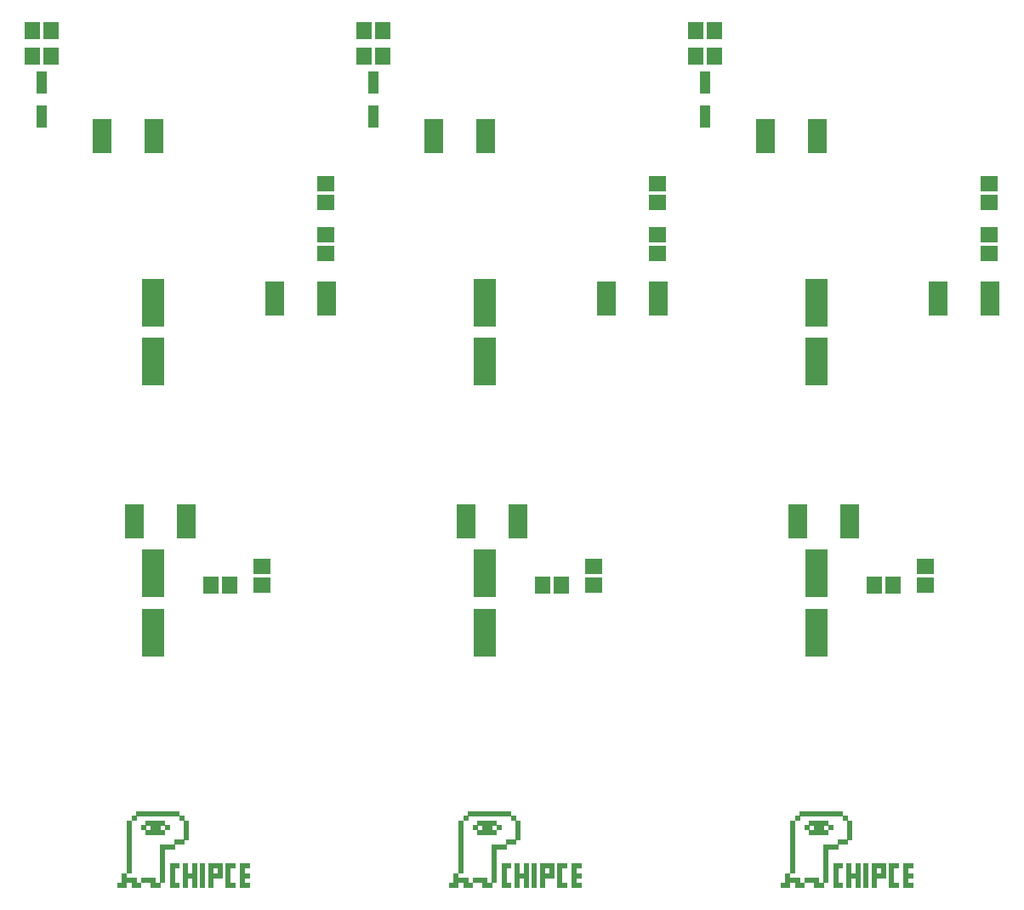
<source format=gbr>
%FSLAX34Y34*%
%MOMM*%
%LNSMDMASK_TOP*%
G71*
G01*
%ADD10R, 1.98X3.35*%
%ADD11R, 1.50X1.80*%
%ADD12R, 1.00X2.20*%
%ADD13R, 2.20X4.20*%
%ADD14R, 2.20X4.70*%
%ADD15R, 1.80X1.50*%
%ADD16R, 0.60X0.60*%
%LPD*%
X140891Y866775D02*
G54D10*
D03*
X88900Y866775D02*
G54D10*
D03*
X19050Y946150D02*
G54D11*
D03*
X38050Y946150D02*
G54D11*
D03*
X19050Y971550D02*
G54D11*
D03*
X38050Y971550D02*
G54D11*
D03*
X28575Y885825D02*
G54D12*
D03*
X28575Y920155D02*
G54D12*
D03*
X139700Y698500D02*
G54D13*
D03*
X139700Y644525D02*
G54D13*
D03*
X139700Y700881D02*
G54D14*
D03*
G36*
X128700Y665247D02*
X150700Y665247D01*
X150700Y618247D01*
X128700Y618247D01*
X128700Y665247D01*
G37*
X260350Y704850D02*
G54D10*
D03*
X312341Y704850D02*
G54D10*
D03*
X139700Y700880D02*
G54D14*
D03*
X28580Y920150D02*
G54D12*
D03*
X38050Y971550D02*
G54D11*
D03*
X311150Y819150D02*
G54D15*
D03*
X311150Y800150D02*
G54D15*
D03*
X311150Y768350D02*
G54D15*
D03*
X311150Y749350D02*
G54D15*
D03*
X311150Y819150D02*
G54D15*
D03*
X120650Y482600D02*
G54D10*
D03*
X172641Y482600D02*
G54D10*
D03*
X215900Y419100D02*
G54D11*
D03*
X196900Y419100D02*
G54D11*
D03*
X196900Y419100D02*
G54D11*
D03*
X139700Y374650D02*
G54D13*
D03*
X139700Y428625D02*
G54D13*
D03*
X139700Y372269D02*
G54D14*
D03*
X139700Y431403D02*
G54D14*
D03*
X139700Y372270D02*
G54D14*
D03*
X247650Y419150D02*
G54D15*
D03*
X247650Y438150D02*
G54D15*
D03*
X130175Y192088D02*
G54D16*
D03*
X134938Y192088D02*
G54D16*
D03*
X139700Y192088D02*
G54D16*
D03*
X144462Y192088D02*
G54D16*
D03*
X149225Y192088D02*
G54D16*
D03*
X153988Y192088D02*
G54D16*
D03*
X158750Y192088D02*
G54D16*
D03*
X163512Y192088D02*
G54D16*
D03*
X115888Y177800D02*
G54D16*
D03*
X115888Y173038D02*
G54D16*
D03*
X115888Y168275D02*
G54D16*
D03*
X115888Y163512D02*
G54D16*
D03*
X115888Y158750D02*
G54D16*
D03*
X115888Y153988D02*
G54D16*
D03*
X115888Y149225D02*
G54D16*
D03*
X115888Y144462D02*
G54D16*
D03*
X115888Y139700D02*
G54D16*
D03*
X115888Y134938D02*
G54D16*
D03*
X111125Y130175D02*
G54D16*
D03*
X111125Y125412D02*
G54D16*
D03*
X111125Y120650D02*
G54D16*
D03*
X106362Y120650D02*
G54D16*
D03*
X120650Y125412D02*
G54D16*
D03*
X120650Y120650D02*
G54D16*
D03*
X125412Y120650D02*
G54D16*
D03*
X130175Y125412D02*
G54D16*
D03*
X134938Y125412D02*
G54D16*
D03*
X139700Y125412D02*
G54D16*
D03*
X139700Y120650D02*
G54D16*
D03*
X144462Y120650D02*
G54D16*
D03*
X173038Y168275D02*
G54D16*
D03*
X173038Y173038D02*
G54D16*
D03*
X173038Y177800D02*
G54D16*
D03*
X173038Y182562D02*
G54D16*
D03*
X168275Y187325D02*
G54D16*
D03*
X130175Y177800D02*
G54D16*
D03*
X134938Y182562D02*
G54D16*
D03*
X139700Y182562D02*
G54D16*
D03*
X144462Y182562D02*
G54D16*
D03*
X149225Y182562D02*
G54D16*
D03*
X153988Y177800D02*
G54D16*
D03*
X134938Y173038D02*
G54D16*
D03*
X139700Y173038D02*
G54D16*
D03*
X144462Y173038D02*
G54D16*
D03*
X149225Y173038D02*
G54D16*
D03*
X139700Y177800D02*
G54D16*
D03*
X144462Y177800D02*
G54D16*
D03*
X115888Y125412D02*
G54D16*
D03*
X168275Y163512D02*
G54D16*
D03*
X163512Y163512D02*
G54D16*
D03*
X153988Y158750D02*
G54D16*
D03*
X158750Y158750D02*
G54D16*
D03*
X149225Y158750D02*
G54D16*
D03*
X149225Y153988D02*
G54D16*
D03*
X149225Y149225D02*
G54D16*
D03*
X149225Y144462D02*
G54D16*
D03*
X149225Y139700D02*
G54D16*
D03*
X149225Y134938D02*
G54D16*
D03*
X149225Y130175D02*
G54D16*
D03*
X149225Y125412D02*
G54D16*
D03*
X125412Y192088D02*
G54D16*
D03*
X120650Y187325D02*
G54D16*
D03*
X115888Y182562D02*
G54D16*
D03*
X158750Y125412D02*
G54D16*
D03*
X158750Y130175D02*
G54D16*
D03*
X158750Y134938D02*
G54D16*
D03*
X163512Y139700D02*
G54D16*
D03*
X163512Y120650D02*
G54D16*
D03*
X171450Y139700D02*
G54D16*
D03*
X171450Y134938D02*
G54D16*
D03*
X171450Y130175D02*
G54D16*
D03*
X176212Y130175D02*
G54D16*
D03*
X180975Y130175D02*
G54D16*
D03*
X180975Y134938D02*
G54D16*
D03*
X180975Y139700D02*
G54D16*
D03*
X171450Y125412D02*
G54D16*
D03*
X171450Y120650D02*
G54D16*
D03*
X180975Y125412D02*
G54D16*
D03*
X180975Y120650D02*
G54D16*
D03*
X188912Y139700D02*
G54D16*
D03*
X188912Y134938D02*
G54D16*
D03*
X188912Y130175D02*
G54D16*
D03*
X188912Y125412D02*
G54D16*
D03*
X188912Y120650D02*
G54D16*
D03*
X196850Y139700D02*
G54D16*
D03*
X196850Y134938D02*
G54D16*
D03*
X196850Y130175D02*
G54D16*
D03*
X196850Y125412D02*
G54D16*
D03*
X196850Y120650D02*
G54D16*
D03*
X201612Y130175D02*
G54D16*
D03*
X201612Y139700D02*
G54D16*
D03*
X206375Y139700D02*
G54D16*
D03*
X206375Y130175D02*
G54D16*
D03*
X206375Y134938D02*
G54D16*
D03*
X158750Y139700D02*
G54D16*
D03*
X158750Y120650D02*
G54D16*
D03*
X214312Y139700D02*
G54D16*
D03*
X214312Y134938D02*
G54D16*
D03*
X214312Y130175D02*
G54D16*
D03*
X214312Y125412D02*
G54D16*
D03*
X214312Y120650D02*
G54D16*
D03*
X219075Y120650D02*
G54D16*
D03*
X219075Y139700D02*
G54D16*
D03*
X228600Y120650D02*
G54D16*
D03*
X228600Y125412D02*
G54D16*
D03*
X228600Y130175D02*
G54D16*
D03*
X228600Y134938D02*
G54D16*
D03*
X228600Y139700D02*
G54D16*
D03*
X233362Y139700D02*
G54D16*
D03*
X233362Y130175D02*
G54D16*
D03*
X233362Y120650D02*
G54D16*
D03*
X471091Y866775D02*
G54D10*
D03*
X419100Y866775D02*
G54D10*
D03*
X349250Y946150D02*
G54D11*
D03*
X368250Y946150D02*
G54D11*
D03*
X349250Y971550D02*
G54D11*
D03*
X368250Y971550D02*
G54D11*
D03*
X358775Y885825D02*
G54D12*
D03*
X358775Y920155D02*
G54D12*
D03*
X469900Y698500D02*
G54D13*
D03*
X469900Y644525D02*
G54D13*
D03*
X469900Y700881D02*
G54D14*
D03*
G36*
X458900Y665247D02*
X480900Y665247D01*
X480900Y618247D01*
X458900Y618247D01*
X458900Y665247D01*
G37*
X590550Y704850D02*
G54D10*
D03*
X642541Y704850D02*
G54D10*
D03*
X469900Y700880D02*
G54D14*
D03*
X358780Y920150D02*
G54D12*
D03*
X368250Y971550D02*
G54D11*
D03*
X641350Y819150D02*
G54D15*
D03*
X641350Y800150D02*
G54D15*
D03*
X641350Y768350D02*
G54D15*
D03*
X641350Y749350D02*
G54D15*
D03*
X641350Y819150D02*
G54D15*
D03*
X450850Y482600D02*
G54D10*
D03*
X502841Y482600D02*
G54D10*
D03*
X546100Y419100D02*
G54D11*
D03*
X527100Y419100D02*
G54D11*
D03*
X527100Y419100D02*
G54D11*
D03*
X469900Y374650D02*
G54D13*
D03*
X469900Y428625D02*
G54D13*
D03*
X469900Y372269D02*
G54D14*
D03*
X469900Y431403D02*
G54D14*
D03*
X469900Y372270D02*
G54D14*
D03*
X577850Y419150D02*
G54D15*
D03*
X577850Y438150D02*
G54D15*
D03*
X460375Y192088D02*
G54D16*
D03*
X465138Y192088D02*
G54D16*
D03*
X469900Y192088D02*
G54D16*
D03*
X474662Y192088D02*
G54D16*
D03*
X479425Y192088D02*
G54D16*
D03*
X484188Y192088D02*
G54D16*
D03*
X488950Y192088D02*
G54D16*
D03*
X493712Y192088D02*
G54D16*
D03*
X446088Y177800D02*
G54D16*
D03*
X446088Y173038D02*
G54D16*
D03*
X446088Y168275D02*
G54D16*
D03*
X446088Y163512D02*
G54D16*
D03*
X446088Y158750D02*
G54D16*
D03*
X446088Y153988D02*
G54D16*
D03*
X446088Y149225D02*
G54D16*
D03*
X446088Y144462D02*
G54D16*
D03*
X446088Y139700D02*
G54D16*
D03*
X446088Y134938D02*
G54D16*
D03*
X441325Y130175D02*
G54D16*
D03*
X441325Y125412D02*
G54D16*
D03*
X441325Y120650D02*
G54D16*
D03*
X436562Y120650D02*
G54D16*
D03*
X450850Y125412D02*
G54D16*
D03*
X450850Y120650D02*
G54D16*
D03*
X455612Y120650D02*
G54D16*
D03*
X460375Y125412D02*
G54D16*
D03*
X465138Y125412D02*
G54D16*
D03*
X469900Y125412D02*
G54D16*
D03*
X469900Y120650D02*
G54D16*
D03*
X474662Y120650D02*
G54D16*
D03*
X503238Y168275D02*
G54D16*
D03*
X503238Y173038D02*
G54D16*
D03*
X503238Y177800D02*
G54D16*
D03*
X503238Y182562D02*
G54D16*
D03*
X498475Y187325D02*
G54D16*
D03*
X460375Y177800D02*
G54D16*
D03*
X465138Y182562D02*
G54D16*
D03*
X469900Y182562D02*
G54D16*
D03*
X474662Y182562D02*
G54D16*
D03*
X479425Y182562D02*
G54D16*
D03*
X484188Y177800D02*
G54D16*
D03*
X465138Y173038D02*
G54D16*
D03*
X469900Y173038D02*
G54D16*
D03*
X474662Y173038D02*
G54D16*
D03*
X479425Y173038D02*
G54D16*
D03*
X469900Y177800D02*
G54D16*
D03*
X474662Y177800D02*
G54D16*
D03*
X446088Y125412D02*
G54D16*
D03*
X498475Y163512D02*
G54D16*
D03*
X493712Y163512D02*
G54D16*
D03*
X484188Y158750D02*
G54D16*
D03*
X488950Y158750D02*
G54D16*
D03*
X479425Y158750D02*
G54D16*
D03*
X479425Y153988D02*
G54D16*
D03*
X479425Y149225D02*
G54D16*
D03*
X479425Y144462D02*
G54D16*
D03*
X479425Y139700D02*
G54D16*
D03*
X479425Y134938D02*
G54D16*
D03*
X479425Y130175D02*
G54D16*
D03*
X479425Y125412D02*
G54D16*
D03*
X455612Y192088D02*
G54D16*
D03*
X450850Y187325D02*
G54D16*
D03*
X446088Y182562D02*
G54D16*
D03*
X488950Y125412D02*
G54D16*
D03*
X488950Y130175D02*
G54D16*
D03*
X488950Y134938D02*
G54D16*
D03*
X493712Y139700D02*
G54D16*
D03*
X493712Y120650D02*
G54D16*
D03*
X501650Y139700D02*
G54D16*
D03*
X501650Y134938D02*
G54D16*
D03*
X501650Y130175D02*
G54D16*
D03*
X506412Y130175D02*
G54D16*
D03*
X511175Y130175D02*
G54D16*
D03*
X511175Y134938D02*
G54D16*
D03*
X511175Y139700D02*
G54D16*
D03*
X501650Y125412D02*
G54D16*
D03*
X501650Y120650D02*
G54D16*
D03*
X511175Y125412D02*
G54D16*
D03*
X511175Y120650D02*
G54D16*
D03*
X519112Y139700D02*
G54D16*
D03*
X519112Y134938D02*
G54D16*
D03*
X519112Y130175D02*
G54D16*
D03*
X519112Y125412D02*
G54D16*
D03*
X519112Y120650D02*
G54D16*
D03*
X527050Y139700D02*
G54D16*
D03*
X527050Y134938D02*
G54D16*
D03*
X527050Y130175D02*
G54D16*
D03*
X527050Y125412D02*
G54D16*
D03*
X527050Y120650D02*
G54D16*
D03*
X531812Y130175D02*
G54D16*
D03*
X531812Y139700D02*
G54D16*
D03*
X536575Y139700D02*
G54D16*
D03*
X536575Y130175D02*
G54D16*
D03*
X536575Y134938D02*
G54D16*
D03*
X488950Y139700D02*
G54D16*
D03*
X488950Y120650D02*
G54D16*
D03*
X544512Y139700D02*
G54D16*
D03*
X544512Y134938D02*
G54D16*
D03*
X544512Y130175D02*
G54D16*
D03*
X544512Y125412D02*
G54D16*
D03*
X544512Y120650D02*
G54D16*
D03*
X549275Y120650D02*
G54D16*
D03*
X549275Y139700D02*
G54D16*
D03*
X558800Y120650D02*
G54D16*
D03*
X558800Y125412D02*
G54D16*
D03*
X558800Y130175D02*
G54D16*
D03*
X558800Y134938D02*
G54D16*
D03*
X558800Y139700D02*
G54D16*
D03*
X563562Y139700D02*
G54D16*
D03*
X563562Y130175D02*
G54D16*
D03*
X563562Y120650D02*
G54D16*
D03*
X801291Y866775D02*
G54D10*
D03*
X749300Y866775D02*
G54D10*
D03*
X679450Y946150D02*
G54D11*
D03*
X698450Y946150D02*
G54D11*
D03*
X679450Y971550D02*
G54D11*
D03*
X698450Y971550D02*
G54D11*
D03*
X688975Y885825D02*
G54D12*
D03*
X688975Y920155D02*
G54D12*
D03*
X800100Y698500D02*
G54D13*
D03*
X800100Y644525D02*
G54D13*
D03*
X800100Y700881D02*
G54D14*
D03*
G36*
X789100Y665247D02*
X811100Y665247D01*
X811100Y618247D01*
X789100Y618247D01*
X789100Y665247D01*
G37*
X920750Y704850D02*
G54D10*
D03*
X972741Y704850D02*
G54D10*
D03*
X800100Y700880D02*
G54D14*
D03*
X688980Y920150D02*
G54D12*
D03*
X698450Y971550D02*
G54D11*
D03*
X971550Y819150D02*
G54D15*
D03*
X971550Y800150D02*
G54D15*
D03*
X971550Y768350D02*
G54D15*
D03*
X971550Y749350D02*
G54D15*
D03*
X971550Y819150D02*
G54D15*
D03*
X781050Y482600D02*
G54D10*
D03*
X833041Y482600D02*
G54D10*
D03*
X876300Y419100D02*
G54D11*
D03*
X857300Y419100D02*
G54D11*
D03*
X857300Y419100D02*
G54D11*
D03*
X800100Y374650D02*
G54D13*
D03*
X800100Y428625D02*
G54D13*
D03*
X800100Y372269D02*
G54D14*
D03*
X800100Y431403D02*
G54D14*
D03*
X800100Y372270D02*
G54D14*
D03*
X908050Y419150D02*
G54D15*
D03*
X908050Y438150D02*
G54D15*
D03*
X790575Y192088D02*
G54D16*
D03*
X795338Y192088D02*
G54D16*
D03*
X800100Y192088D02*
G54D16*
D03*
X804862Y192088D02*
G54D16*
D03*
X809625Y192088D02*
G54D16*
D03*
X814388Y192088D02*
G54D16*
D03*
X819150Y192088D02*
G54D16*
D03*
X823912Y192088D02*
G54D16*
D03*
X776288Y177800D02*
G54D16*
D03*
X776288Y173038D02*
G54D16*
D03*
X776288Y168275D02*
G54D16*
D03*
X776288Y163512D02*
G54D16*
D03*
X776288Y158750D02*
G54D16*
D03*
X776288Y153988D02*
G54D16*
D03*
X776288Y149225D02*
G54D16*
D03*
X776288Y144462D02*
G54D16*
D03*
X776288Y139700D02*
G54D16*
D03*
X776288Y134938D02*
G54D16*
D03*
X771525Y130175D02*
G54D16*
D03*
X771525Y125412D02*
G54D16*
D03*
X771525Y120650D02*
G54D16*
D03*
X766762Y120650D02*
G54D16*
D03*
X781050Y125412D02*
G54D16*
D03*
X781050Y120650D02*
G54D16*
D03*
X785812Y120650D02*
G54D16*
D03*
X790575Y125412D02*
G54D16*
D03*
X795338Y125412D02*
G54D16*
D03*
X800100Y125412D02*
G54D16*
D03*
X800100Y120650D02*
G54D16*
D03*
X804862Y120650D02*
G54D16*
D03*
X833438Y168275D02*
G54D16*
D03*
X833438Y173038D02*
G54D16*
D03*
X833438Y177800D02*
G54D16*
D03*
X833438Y182562D02*
G54D16*
D03*
X828675Y187325D02*
G54D16*
D03*
X790575Y177800D02*
G54D16*
D03*
X795338Y182562D02*
G54D16*
D03*
X800100Y182562D02*
G54D16*
D03*
X804862Y182562D02*
G54D16*
D03*
X809625Y182562D02*
G54D16*
D03*
X814388Y177800D02*
G54D16*
D03*
X795338Y173038D02*
G54D16*
D03*
X800100Y173038D02*
G54D16*
D03*
X804862Y173038D02*
G54D16*
D03*
X809625Y173038D02*
G54D16*
D03*
X800100Y177800D02*
G54D16*
D03*
X804862Y177800D02*
G54D16*
D03*
X776288Y125412D02*
G54D16*
D03*
X828675Y163512D02*
G54D16*
D03*
X823912Y163512D02*
G54D16*
D03*
X814388Y158750D02*
G54D16*
D03*
X819150Y158750D02*
G54D16*
D03*
X809625Y158750D02*
G54D16*
D03*
X809625Y153988D02*
G54D16*
D03*
X809625Y149225D02*
G54D16*
D03*
X809625Y144462D02*
G54D16*
D03*
X809625Y139700D02*
G54D16*
D03*
X809625Y134938D02*
G54D16*
D03*
X809625Y130175D02*
G54D16*
D03*
X809625Y125412D02*
G54D16*
D03*
X785812Y192088D02*
G54D16*
D03*
X781050Y187325D02*
G54D16*
D03*
X776288Y182562D02*
G54D16*
D03*
X819150Y125412D02*
G54D16*
D03*
X819150Y130175D02*
G54D16*
D03*
X819150Y134938D02*
G54D16*
D03*
X823912Y139700D02*
G54D16*
D03*
X823912Y120650D02*
G54D16*
D03*
X831850Y139700D02*
G54D16*
D03*
X831850Y134938D02*
G54D16*
D03*
X831850Y130175D02*
G54D16*
D03*
X836612Y130175D02*
G54D16*
D03*
X841375Y130175D02*
G54D16*
D03*
X841375Y134938D02*
G54D16*
D03*
X841375Y139700D02*
G54D16*
D03*
X831850Y125412D02*
G54D16*
D03*
X831850Y120650D02*
G54D16*
D03*
X841375Y125412D02*
G54D16*
D03*
X841375Y120650D02*
G54D16*
D03*
X849312Y139700D02*
G54D16*
D03*
X849312Y134938D02*
G54D16*
D03*
X849312Y130175D02*
G54D16*
D03*
X849312Y125412D02*
G54D16*
D03*
X849312Y120650D02*
G54D16*
D03*
X857250Y139700D02*
G54D16*
D03*
X857250Y134938D02*
G54D16*
D03*
X857250Y130175D02*
G54D16*
D03*
X857250Y125412D02*
G54D16*
D03*
X857250Y120650D02*
G54D16*
D03*
X862012Y130175D02*
G54D16*
D03*
X862012Y139700D02*
G54D16*
D03*
X866775Y139700D02*
G54D16*
D03*
X866775Y130175D02*
G54D16*
D03*
X866775Y134938D02*
G54D16*
D03*
X819150Y139700D02*
G54D16*
D03*
X819150Y120650D02*
G54D16*
D03*
X874712Y139700D02*
G54D16*
D03*
X874712Y134938D02*
G54D16*
D03*
X874712Y130175D02*
G54D16*
D03*
X874712Y125412D02*
G54D16*
D03*
X874712Y120650D02*
G54D16*
D03*
X879475Y120650D02*
G54D16*
D03*
X879475Y139700D02*
G54D16*
D03*
X889000Y120650D02*
G54D16*
D03*
X889000Y125412D02*
G54D16*
D03*
X889000Y130175D02*
G54D16*
D03*
X889000Y134938D02*
G54D16*
D03*
X889000Y139700D02*
G54D16*
D03*
X893762Y139700D02*
G54D16*
D03*
X893762Y130175D02*
G54D16*
D03*
X893762Y120650D02*
G54D16*
D03*
M02*

</source>
